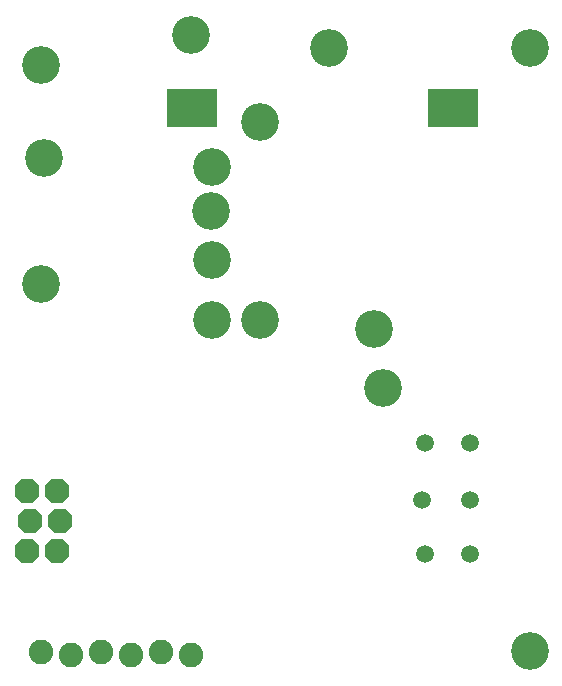
<source format=gbs>
G75*
%MOIN*%
%OFA0B0*%
%FSLAX24Y24*%
%IPPOS*%
%LPD*%
%AMOC8*
5,1,8,0,0,1.08239X$1,22.5*
%
%ADD10C,0.1261*%
%ADD11OC8,0.0820*%
%ADD12R,0.1261X0.1261*%
%ADD13R,0.1660X0.1260*%
%ADD14C,0.0820*%
%ADD15C,0.0595*%
D10*
X008040Y012740D03*
X009640Y012740D03*
X008040Y014740D03*
X008023Y016377D03*
X008040Y017840D03*
X009640Y019340D03*
X011951Y021794D03*
X007340Y022240D03*
X002440Y018140D03*
X002340Y021240D03*
X002340Y013940D03*
X013440Y012440D03*
X013755Y010477D03*
X018644Y001715D03*
X018644Y021794D03*
D11*
X002875Y007042D03*
X002975Y006042D03*
X001975Y006042D03*
X001875Y005042D03*
X002875Y005042D03*
X001875Y007042D03*
D12*
X007199Y019797D03*
X007593Y019797D03*
X015886Y019797D03*
X016280Y019797D03*
D13*
X016086Y019797D03*
X007399Y019797D03*
D14*
X002365Y001664D03*
X003365Y001564D03*
X004365Y001664D03*
X005365Y001564D03*
X006365Y001664D03*
X007365Y001564D03*
D15*
X015040Y006740D03*
X016640Y006740D03*
X016640Y004940D03*
X015140Y004940D03*
X015140Y008640D03*
X016640Y008640D03*
M02*

</source>
